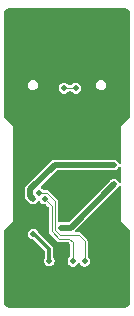
<source format=gbl>
%TF.GenerationSoftware,KiCad,Pcbnew,(7.0.0)*%
%TF.CreationDate,2023-06-07T22:18:09+08:00*%
%TF.ProjectId,USB2UART,55534232-5541-4525-942e-6b696361645f,rev?*%
%TF.SameCoordinates,Original*%
%TF.FileFunction,Copper,L2,Bot*%
%TF.FilePolarity,Positive*%
%FSLAX46Y46*%
G04 Gerber Fmt 4.6, Leading zero omitted, Abs format (unit mm)*
G04 Created by KiCad (PCBNEW (7.0.0)) date 2023-06-07 22:18:09*
%MOMM*%
%LPD*%
G01*
G04 APERTURE LIST*
%TA.AperFunction,ComponentPad*%
%ADD10O,1.000000X2.100000*%
%TD*%
%TA.AperFunction,ComponentPad*%
%ADD11O,1.000000X1.600000*%
%TD*%
%TA.AperFunction,ViaPad*%
%ADD12C,0.500000*%
%TD*%
%TA.AperFunction,Conductor*%
%ADD13C,0.300000*%
%TD*%
%TA.AperFunction,Conductor*%
%ADD14C,0.500000*%
%TD*%
%TA.AperFunction,Conductor*%
%ADD15C,0.100000*%
%TD*%
G04 APERTURE END LIST*
D10*
X147719999Y-79769999D03*
D11*
X147719999Y-75589999D03*
D10*
X139079999Y-79769999D03*
D11*
X139079999Y-75589999D03*
D12*
X140050000Y-84200000D03*
X142900000Y-94150000D03*
X147100000Y-91400000D03*
X147550000Y-96950000D03*
X145000000Y-83900000D03*
X139350000Y-81300000D03*
X141400000Y-91300000D03*
X146000000Y-93650000D03*
X139550000Y-91850000D03*
X145100000Y-91300000D03*
X139250000Y-85300000D03*
X144350000Y-89250000D03*
X145700000Y-78000000D03*
X139150000Y-84150000D03*
X139250000Y-88450000D03*
X141650000Y-83400000D03*
X139250000Y-86800000D03*
X139250000Y-96900000D03*
X147400000Y-89250000D03*
X140150000Y-86800000D03*
X143600000Y-90050000D03*
X143850000Y-84250000D03*
X140150000Y-93100000D03*
X143200000Y-77400000D03*
X146200000Y-95350000D03*
X146200000Y-92400000D03*
X146300000Y-84200000D03*
X142050000Y-96950000D03*
X146750000Y-81850000D03*
X143650000Y-85250000D03*
X144400000Y-87650000D03*
X146050000Y-83200000D03*
X143900000Y-83400000D03*
X142750000Y-87700000D03*
X140650000Y-95350000D03*
X139250000Y-89800000D03*
X138650000Y-92950000D03*
X144800000Y-96950000D03*
X145950000Y-87650000D03*
X140900000Y-78150000D03*
X138900000Y-81900000D03*
X147350000Y-86000000D03*
X140550000Y-91850000D03*
X141900000Y-94100000D03*
X140499999Y-88867952D03*
X147350000Y-87650000D03*
X142900000Y-91300000D03*
X141000000Y-88350000D03*
X144900000Y-94150000D03*
X143900000Y-94150000D03*
X141500000Y-88867951D03*
X144150000Y-79500000D03*
X143150000Y-79500000D03*
D13*
X140600000Y-91850000D02*
X141900000Y-93150000D01*
X141900000Y-93150000D02*
X141900000Y-94100000D01*
D14*
X140499999Y-88867952D02*
X140300000Y-88667953D01*
X140300000Y-88667953D02*
X140300000Y-88060050D01*
X140300000Y-88060050D02*
X142360050Y-86000000D01*
X142360050Y-86000000D02*
X147350000Y-86000000D01*
D13*
X140550000Y-91850000D02*
X140600000Y-91850000D01*
D14*
X142900000Y-91300000D02*
X143700000Y-91300000D01*
X143700000Y-91300000D02*
X147350000Y-87650000D01*
D15*
X142400000Y-91400000D02*
X142400000Y-91507107D01*
X144400000Y-91950000D02*
X144900000Y-92450000D01*
X144900000Y-92450000D02*
X144900000Y-94150000D01*
X142400000Y-91507107D02*
X142842893Y-91950000D01*
X141000000Y-88350000D02*
X141689156Y-88350000D01*
X142400000Y-89060844D02*
X142400000Y-91400000D01*
X142842893Y-91950000D02*
X144400000Y-91950000D01*
X141689156Y-88350000D02*
X142400000Y-89060844D01*
X143900000Y-92550000D02*
X143900000Y-94150000D01*
X142100000Y-91631371D02*
X142718629Y-92250000D01*
X142718629Y-92250000D02*
X143600000Y-92250000D01*
X143600000Y-92250000D02*
X143900000Y-92550000D01*
X142100000Y-89467951D02*
X142100000Y-91631371D01*
X141500000Y-88867951D02*
X142100000Y-89467951D01*
X143150000Y-79500000D02*
X144150000Y-79500000D01*
%TA.AperFunction,Conductor*%
G36*
X148256920Y-72701279D02*
G01*
X148275214Y-72703341D01*
X148277478Y-72703617D01*
X148355109Y-72713837D01*
X148370968Y-72716989D01*
X148372927Y-72717514D01*
X148381791Y-72720246D01*
X148413106Y-72731204D01*
X148419551Y-72733664D01*
X148472185Y-72755465D01*
X148490698Y-72765029D01*
X148523053Y-72785359D01*
X148532563Y-72791974D01*
X148574982Y-72824523D01*
X148587172Y-72835214D01*
X148614778Y-72862820D01*
X148625473Y-72875015D01*
X148658024Y-72917437D01*
X148664641Y-72926949D01*
X148684966Y-72959295D01*
X148694535Y-72977817D01*
X148716322Y-73030417D01*
X148718801Y-73036914D01*
X148729743Y-73068184D01*
X148732467Y-73077008D01*
X148732988Y-73078950D01*
X148736162Y-73094897D01*
X148746376Y-73172487D01*
X148746656Y-73174779D01*
X148748719Y-73193077D01*
X148749500Y-73206969D01*
X148749500Y-81898431D01*
X148740061Y-81945884D01*
X148713181Y-81986112D01*
X148008060Y-82691229D01*
X148008055Y-82691235D01*
X147999715Y-82699576D01*
X147999617Y-82699617D01*
X147999576Y-82699715D01*
X147999576Y-82699716D01*
X147999458Y-82700000D01*
X147999500Y-82700101D01*
X147999500Y-82712051D01*
X147999500Y-85766446D01*
X147980984Y-85831631D01*
X147930967Y-85877349D01*
X147864385Y-85889947D01*
X147801122Y-85865662D01*
X147760072Y-85811748D01*
X147747950Y-85780861D01*
X147747946Y-85780854D01*
X147744552Y-85772206D01*
X147738757Y-85764939D01*
X147737769Y-85763228D01*
X147735996Y-85760756D01*
X147732882Y-85753937D01*
X147727076Y-85747237D01*
X147727072Y-85747230D01*
X147698127Y-85713827D01*
X147694931Y-85709984D01*
X147659879Y-85666030D01*
X147652202Y-85660795D01*
X147652068Y-85660671D01*
X147648049Y-85656033D01*
X147640585Y-85651236D01*
X147600124Y-85625233D01*
X147597312Y-85623371D01*
X147555352Y-85594763D01*
X147555349Y-85594761D01*
X147547673Y-85589528D01*
X147541696Y-85587684D01*
X147539069Y-85585996D01*
X147532504Y-85584068D01*
X147532498Y-85584066D01*
X147484510Y-85569976D01*
X147480685Y-85568853D01*
X147479096Y-85568374D01*
X147426783Y-85552238D01*
X147426774Y-85552236D01*
X147417902Y-85549500D01*
X147408613Y-85549500D01*
X142392311Y-85549500D01*
X142378428Y-85548720D01*
X142352245Y-85545770D01*
X142343015Y-85544730D01*
X142333893Y-85546455D01*
X142333885Y-85546456D01*
X142286832Y-85555358D01*
X142282268Y-85556134D01*
X142234944Y-85563268D01*
X142234943Y-85563268D01*
X142225763Y-85564652D01*
X142218026Y-85568377D01*
X142209579Y-85569976D01*
X142201369Y-85574314D01*
X142201369Y-85574315D01*
X142159013Y-85596700D01*
X142154883Y-85598784D01*
X142103408Y-85623575D01*
X142097109Y-85629418D01*
X142089513Y-85633434D01*
X142082952Y-85639994D01*
X142082945Y-85640000D01*
X142049108Y-85673837D01*
X142045772Y-85677051D01*
X142010665Y-85709626D01*
X142010661Y-85709630D01*
X142003856Y-85715945D01*
X142000387Y-85721951D01*
X141995289Y-85727656D01*
X140004263Y-87718682D01*
X139993898Y-87727945D01*
X139973297Y-87744374D01*
X139973291Y-87744379D01*
X139966030Y-87750171D01*
X139960797Y-87757845D01*
X139960796Y-87757847D01*
X139933824Y-87797406D01*
X139931144Y-87801182D01*
X139902724Y-87839691D01*
X139902721Y-87839696D01*
X139897207Y-87847168D01*
X139894370Y-87855274D01*
X139889528Y-87862377D01*
X139886791Y-87871249D01*
X139886788Y-87871256D01*
X139872672Y-87917018D01*
X139871225Y-87921417D01*
X139857544Y-87960518D01*
X139852354Y-87975351D01*
X139852032Y-87983936D01*
X139849500Y-87992148D01*
X139849500Y-88001435D01*
X139849500Y-88049312D01*
X139849413Y-88053949D01*
X139847623Y-88101769D01*
X139847623Y-88101773D01*
X139847276Y-88111060D01*
X139849071Y-88117762D01*
X139849500Y-88125392D01*
X139849500Y-88635692D01*
X139848720Y-88649575D01*
X139845770Y-88675753D01*
X139845770Y-88675756D01*
X139844730Y-88684988D01*
X139846457Y-88694115D01*
X139855356Y-88741150D01*
X139856132Y-88745718D01*
X139863267Y-88793054D01*
X139864652Y-88802240D01*
X139868379Y-88809979D01*
X139869977Y-88818425D01*
X139874321Y-88826644D01*
X139896687Y-88868963D01*
X139898777Y-88873102D01*
X139919544Y-88916226D01*
X139919546Y-88916229D01*
X139923575Y-88924595D01*
X139929417Y-88930892D01*
X139933434Y-88938491D01*
X139940004Y-88945061D01*
X139973845Y-88978902D01*
X139977063Y-88982242D01*
X140015945Y-89024147D01*
X140021950Y-89027614D01*
X140027648Y-89032705D01*
X140166932Y-89171988D01*
X140172965Y-89178468D01*
X140201950Y-89211919D01*
X140240845Y-89236915D01*
X140247426Y-89241452D01*
X140287117Y-89270745D01*
X140295888Y-89273813D01*
X140297675Y-89274758D01*
X140302158Y-89276562D01*
X140303469Y-89277161D01*
X140310930Y-89281956D01*
X140359028Y-89296078D01*
X140365040Y-89298011D01*
X140415299Y-89315598D01*
X140424594Y-89315945D01*
X140426591Y-89316323D01*
X140428594Y-89316504D01*
X140435227Y-89318452D01*
X140489260Y-89318452D01*
X140493897Y-89318539D01*
X140551009Y-89320676D01*
X140559309Y-89318452D01*
X140564771Y-89318452D01*
X140620422Y-89302110D01*
X140623195Y-89301332D01*
X140682186Y-89285527D01*
X140686817Y-89282616D01*
X140689068Y-89281956D01*
X140741315Y-89248377D01*
X140742156Y-89247844D01*
X140797174Y-89213275D01*
X140840928Y-89162432D01*
X140882881Y-89114015D01*
X140883205Y-89113305D01*
X140885757Y-89110340D01*
X140889475Y-89101816D01*
X140894419Y-89093950D01*
X140896300Y-89095132D01*
X140920746Y-89062390D01*
X140971221Y-89036808D01*
X141027807Y-89036317D01*
X141078719Y-89061020D01*
X141108023Y-89098884D01*
X141108640Y-89098488D01*
X141113160Y-89105522D01*
X141113353Y-89105771D01*
X141113433Y-89105946D01*
X141117118Y-89114014D01*
X141122920Y-89120710D01*
X141122922Y-89120713D01*
X141158873Y-89162203D01*
X141201951Y-89211918D01*
X141310931Y-89281955D01*
X141435228Y-89318451D01*
X141444099Y-89318451D01*
X141544878Y-89318451D01*
X141592331Y-89327890D01*
X141632559Y-89354770D01*
X141813181Y-89535392D01*
X141840061Y-89575620D01*
X141849500Y-89623073D01*
X141849500Y-91594486D01*
X141847116Y-91618677D01*
X141844592Y-91631371D01*
X141846975Y-91643351D01*
X141861034Y-91714034D01*
X141864034Y-91729112D01*
X141864643Y-91730023D01*
X141919399Y-91811972D01*
X141929551Y-91818755D01*
X141929553Y-91818757D01*
X141930165Y-91819166D01*
X141948957Y-91834588D01*
X142515414Y-92401046D01*
X142530835Y-92419836D01*
X142538028Y-92430601D01*
X142558945Y-92444577D01*
X142558946Y-92444578D01*
X142620889Y-92485966D01*
X142718629Y-92505409D01*
X142731328Y-92502882D01*
X142755519Y-92500500D01*
X143444878Y-92500500D01*
X143492331Y-92509939D01*
X143532559Y-92536819D01*
X143613181Y-92617441D01*
X143640061Y-92657669D01*
X143649500Y-92705122D01*
X143649500Y-93709873D01*
X143638294Y-93761385D01*
X143607576Y-93802417D01*
X143601951Y-93806033D01*
X143596147Y-93812731D01*
X143596145Y-93812733D01*
X143522922Y-93897237D01*
X143522917Y-93897243D01*
X143517118Y-93903937D01*
X143513438Y-93911994D01*
X143513434Y-93912001D01*
X143466988Y-94013704D01*
X143463303Y-94021774D01*
X143462041Y-94030547D01*
X143462040Y-94030553D01*
X143452056Y-94100000D01*
X143444867Y-94150000D01*
X143446129Y-94158777D01*
X143462040Y-94269446D01*
X143462041Y-94269450D01*
X143463303Y-94278226D01*
X143466987Y-94286294D01*
X143466988Y-94286295D01*
X143513434Y-94387998D01*
X143513436Y-94388001D01*
X143517118Y-94396063D01*
X143522920Y-94402759D01*
X143522922Y-94402762D01*
X143552818Y-94437264D01*
X143601951Y-94493967D01*
X143710931Y-94564004D01*
X143835228Y-94600500D01*
X143955901Y-94600500D01*
X143964772Y-94600500D01*
X144089069Y-94564004D01*
X144198049Y-94493967D01*
X144282882Y-94396063D01*
X144287205Y-94386596D01*
X144288770Y-94384566D01*
X144291360Y-94380537D01*
X144291706Y-94380759D01*
X144321505Y-94342114D01*
X144371914Y-94317329D01*
X144428086Y-94317329D01*
X144478495Y-94342114D01*
X144508293Y-94380759D01*
X144508640Y-94380537D01*
X144511229Y-94384566D01*
X144512794Y-94386596D01*
X144517118Y-94396063D01*
X144522920Y-94402759D01*
X144522922Y-94402762D01*
X144552818Y-94437264D01*
X144601951Y-94493967D01*
X144710931Y-94564004D01*
X144835228Y-94600500D01*
X144955901Y-94600500D01*
X144964772Y-94600500D01*
X145089069Y-94564004D01*
X145198049Y-94493967D01*
X145282882Y-94396063D01*
X145336697Y-94278226D01*
X145355133Y-94150000D01*
X145336697Y-94021774D01*
X145287740Y-93914574D01*
X145286565Y-93912001D01*
X145286564Y-93911999D01*
X145282882Y-93903937D01*
X145198049Y-93806033D01*
X145192423Y-93802417D01*
X145161706Y-93761385D01*
X145150500Y-93709873D01*
X145150500Y-92486890D01*
X145152883Y-92462697D01*
X145153026Y-92461978D01*
X145155409Y-92450000D01*
X145135966Y-92352260D01*
X145094578Y-92290317D01*
X145094577Y-92290315D01*
X145087386Y-92279553D01*
X145087384Y-92279551D01*
X145080601Y-92269399D01*
X145069836Y-92262206D01*
X145051046Y-92246785D01*
X144603214Y-91798953D01*
X144587793Y-91780163D01*
X144580601Y-91769399D01*
X144520305Y-91729111D01*
X144497741Y-91714034D01*
X144485763Y-91711651D01*
X144485762Y-91711651D01*
X144411980Y-91696975D01*
X144400000Y-91694592D01*
X144388020Y-91696975D01*
X144387306Y-91697117D01*
X144363115Y-91699500D01*
X144236965Y-91699500D01*
X144180670Y-91685985D01*
X144136647Y-91648385D01*
X144114492Y-91594898D01*
X144119034Y-91537182D01*
X144149284Y-91487819D01*
X146746701Y-88890401D01*
X147624874Y-88012227D01*
X147634086Y-88004805D01*
X147633883Y-88004571D01*
X147640586Y-87998762D01*
X147648049Y-87993967D01*
X147677037Y-87960510D01*
X147683058Y-87954044D01*
X147692425Y-87944678D01*
X147699121Y-87935603D01*
X147705186Y-87928026D01*
X147727069Y-87902771D01*
X147732882Y-87896063D01*
X147736568Y-87887988D01*
X147741360Y-87880534D01*
X147741408Y-87880565D01*
X147746015Y-87872740D01*
X147747270Y-87870363D01*
X147752793Y-87862882D01*
X147758459Y-87846688D01*
X147798185Y-87790698D01*
X147861614Y-87764423D01*
X147929300Y-87775922D01*
X147980493Y-87821670D01*
X147999500Y-87887643D01*
X147999500Y-90799899D01*
X147999458Y-90800000D01*
X147999576Y-90800284D01*
X147999617Y-90800383D01*
X147999715Y-90800423D01*
X148008301Y-90809009D01*
X148008302Y-90809010D01*
X148713181Y-91513888D01*
X148740061Y-91554116D01*
X148749500Y-91601569D01*
X148749500Y-97593037D01*
X148748720Y-97606925D01*
X148746662Y-97625185D01*
X148746381Y-97627483D01*
X148736161Y-97705106D01*
X148732994Y-97721024D01*
X148732474Y-97722964D01*
X148729745Y-97731811D01*
X148718809Y-97763067D01*
X148716327Y-97769570D01*
X148694531Y-97822189D01*
X148684964Y-97840707D01*
X148664651Y-97873035D01*
X148658033Y-97882549D01*
X148625470Y-97924986D01*
X148614775Y-97937181D01*
X148587181Y-97964775D01*
X148574986Y-97975470D01*
X148532549Y-98008033D01*
X148523034Y-98014651D01*
X148490704Y-98034965D01*
X148472187Y-98044532D01*
X148419568Y-98066328D01*
X148413066Y-98068809D01*
X148381819Y-98079742D01*
X148372978Y-98082470D01*
X148371031Y-98082992D01*
X148355106Y-98086161D01*
X148277483Y-98096381D01*
X148275185Y-98096662D01*
X148267440Y-98097534D01*
X148256919Y-98098720D01*
X148243037Y-98099500D01*
X138556969Y-98099500D01*
X138543077Y-98098719D01*
X138524779Y-98096656D01*
X138522487Y-98096376D01*
X138444897Y-98086162D01*
X138428954Y-98082988D01*
X138428099Y-98082759D01*
X138427008Y-98082467D01*
X138418184Y-98079743D01*
X138386914Y-98068801D01*
X138380417Y-98066322D01*
X138327817Y-98044535D01*
X138309295Y-98034966D01*
X138276949Y-98014641D01*
X138267437Y-98008024D01*
X138225015Y-97975473D01*
X138212820Y-97964778D01*
X138185214Y-97937172D01*
X138174523Y-97924982D01*
X138141974Y-97882563D01*
X138135359Y-97873053D01*
X138115029Y-97840698D01*
X138105466Y-97822187D01*
X138083663Y-97769550D01*
X138081200Y-97763095D01*
X138070246Y-97731791D01*
X138067514Y-97722927D01*
X138066989Y-97720968D01*
X138063837Y-97705105D01*
X138053619Y-97627490D01*
X138053338Y-97625189D01*
X138051280Y-97606924D01*
X138050500Y-97593040D01*
X138050500Y-91850000D01*
X140094867Y-91850000D01*
X140096129Y-91858777D01*
X140112040Y-91969446D01*
X140112041Y-91969450D01*
X140113303Y-91978226D01*
X140116987Y-91986294D01*
X140116988Y-91986295D01*
X140163434Y-92087998D01*
X140163436Y-92088002D01*
X140167118Y-92096063D01*
X140172920Y-92102759D01*
X140172922Y-92102762D01*
X140236638Y-92176294D01*
X140251951Y-92193967D01*
X140259411Y-92198761D01*
X140259412Y-92198762D01*
X140271211Y-92206344D01*
X140360931Y-92264004D01*
X140485228Y-92300500D01*
X140503456Y-92300500D01*
X140550909Y-92309939D01*
X140591137Y-92336819D01*
X141513181Y-93258863D01*
X141540061Y-93299091D01*
X141549500Y-93346544D01*
X141549500Y-93770316D01*
X141541683Y-93813647D01*
X141526607Y-93839057D01*
X141527721Y-93839773D01*
X141522925Y-93847234D01*
X141517118Y-93853937D01*
X141513434Y-93862002D01*
X141513433Y-93862005D01*
X141487193Y-93919463D01*
X141463303Y-93971774D01*
X141462041Y-93980547D01*
X141462040Y-93980553D01*
X141457274Y-94013704D01*
X141444867Y-94100000D01*
X141446129Y-94108777D01*
X141462040Y-94219446D01*
X141462041Y-94219450D01*
X141463303Y-94228226D01*
X141466987Y-94236294D01*
X141466988Y-94236295D01*
X141513434Y-94337998D01*
X141513436Y-94338002D01*
X141517118Y-94346063D01*
X141522920Y-94352759D01*
X141522922Y-94352762D01*
X141566247Y-94402762D01*
X141601951Y-94443967D01*
X141710931Y-94514004D01*
X141835228Y-94550500D01*
X141955901Y-94550500D01*
X141964772Y-94550500D01*
X142089069Y-94514004D01*
X142198049Y-94443967D01*
X142282882Y-94346063D01*
X142336697Y-94228226D01*
X142355133Y-94100000D01*
X142336697Y-93971774D01*
X142282882Y-93853937D01*
X142277073Y-93847233D01*
X142272279Y-93839773D01*
X142273392Y-93839057D01*
X142258317Y-93813647D01*
X142250500Y-93770316D01*
X142250500Y-93199212D01*
X142252866Y-93176394D01*
X142252934Y-93174741D01*
X142255043Y-93164685D01*
X142251347Y-93135037D01*
X142250818Y-93129940D01*
X142250500Y-93126104D01*
X142250500Y-93120960D01*
X142247329Y-93101966D01*
X142246594Y-93096915D01*
X142241844Y-93058806D01*
X142240573Y-93048608D01*
X142237313Y-93041941D01*
X142236092Y-93034619D01*
X142212919Y-92991801D01*
X142210574Y-92987245D01*
X142193711Y-92952749D01*
X142189198Y-92943517D01*
X142183950Y-92938269D01*
X142180418Y-92931742D01*
X142172855Y-92924780D01*
X142172853Y-92924777D01*
X142144587Y-92898756D01*
X142140889Y-92895208D01*
X141015212Y-91769531D01*
X140986838Y-91721709D01*
X140986697Y-91721774D01*
X140932882Y-91603937D01*
X140915654Y-91584055D01*
X140853856Y-91512735D01*
X140848049Y-91506033D01*
X140840589Y-91501238D01*
X140840587Y-91501237D01*
X140793558Y-91471014D01*
X140739069Y-91435996D01*
X140730555Y-91433496D01*
X140623284Y-91401999D01*
X140623282Y-91401998D01*
X140614772Y-91399500D01*
X140485228Y-91399500D01*
X140476718Y-91401998D01*
X140476715Y-91401999D01*
X140369444Y-91433496D01*
X140369441Y-91433497D01*
X140360931Y-91435996D01*
X140353468Y-91440791D01*
X140353468Y-91440792D01*
X140259412Y-91501237D01*
X140259406Y-91501241D01*
X140251951Y-91506033D01*
X140246146Y-91512732D01*
X140246143Y-91512735D01*
X140172922Y-91597237D01*
X140172917Y-91597243D01*
X140167118Y-91603937D01*
X140163438Y-91611994D01*
X140163434Y-91612001D01*
X140123475Y-91699500D01*
X140113303Y-91721774D01*
X140112041Y-91730547D01*
X140112040Y-91730553D01*
X140099359Y-91818757D01*
X140094867Y-91850000D01*
X138050500Y-91850000D01*
X138050500Y-91601570D01*
X138059939Y-91554117D01*
X138086819Y-91513889D01*
X138167212Y-91433496D01*
X138800282Y-90800424D01*
X138800383Y-90800383D01*
X138800469Y-90800172D01*
X138800542Y-90800000D01*
X138800500Y-90799900D01*
X138800500Y-82675100D01*
X138800542Y-82675000D01*
X138800469Y-82674827D01*
X138800383Y-82674617D01*
X138800282Y-82674575D01*
X138086819Y-81961111D01*
X138059939Y-81920883D01*
X138050500Y-81873430D01*
X138050500Y-79240000D01*
X140079196Y-79240000D01*
X140080723Y-79249641D01*
X140098753Y-79363484D01*
X140098754Y-79363489D01*
X140100281Y-79373126D01*
X140161472Y-79493220D01*
X140256780Y-79588528D01*
X140376874Y-79649719D01*
X140476512Y-79665500D01*
X140538610Y-79665500D01*
X140543488Y-79665500D01*
X140643126Y-79649719D01*
X140763220Y-79588528D01*
X140851748Y-79500000D01*
X142694867Y-79500000D01*
X142696129Y-79508777D01*
X142712040Y-79619446D01*
X142712041Y-79619450D01*
X142713303Y-79628226D01*
X142716987Y-79636294D01*
X142716988Y-79636295D01*
X142763434Y-79737998D01*
X142763436Y-79738002D01*
X142767118Y-79746063D01*
X142772920Y-79752759D01*
X142772922Y-79752762D01*
X142836638Y-79826294D01*
X142851951Y-79843967D01*
X142960931Y-79914004D01*
X143085228Y-79950500D01*
X143205901Y-79950500D01*
X143214772Y-79950500D01*
X143339069Y-79914004D01*
X143448049Y-79843967D01*
X143491953Y-79793297D01*
X143534155Y-79761706D01*
X143585667Y-79750500D01*
X143714333Y-79750500D01*
X143765845Y-79761706D01*
X143808046Y-79793297D01*
X143851951Y-79843967D01*
X143960931Y-79914004D01*
X144085228Y-79950500D01*
X144205901Y-79950500D01*
X144214772Y-79950500D01*
X144339069Y-79914004D01*
X144448049Y-79843967D01*
X144532882Y-79746063D01*
X144586697Y-79628226D01*
X144605133Y-79500000D01*
X144586697Y-79371774D01*
X144532882Y-79253937D01*
X144520805Y-79240000D01*
X145859196Y-79240000D01*
X145860723Y-79249641D01*
X145878753Y-79363484D01*
X145878754Y-79363489D01*
X145880281Y-79373126D01*
X145941472Y-79493220D01*
X146036780Y-79588528D01*
X146156874Y-79649719D01*
X146256512Y-79665500D01*
X146318610Y-79665500D01*
X146323488Y-79665500D01*
X146423126Y-79649719D01*
X146543220Y-79588528D01*
X146638528Y-79493220D01*
X146699719Y-79373126D01*
X146720804Y-79240000D01*
X146699719Y-79106874D01*
X146638528Y-78986780D01*
X146543220Y-78891472D01*
X146423126Y-78830281D01*
X146413489Y-78828754D01*
X146413484Y-78828753D01*
X146328308Y-78815263D01*
X146328302Y-78815262D01*
X146323488Y-78814500D01*
X146256512Y-78814500D01*
X146251698Y-78815262D01*
X146251691Y-78815263D01*
X146166515Y-78828753D01*
X146166508Y-78828755D01*
X146156874Y-78830281D01*
X146148178Y-78834711D01*
X146148177Y-78834712D01*
X146045475Y-78887041D01*
X146045471Y-78887043D01*
X146036780Y-78891472D01*
X146029881Y-78898370D01*
X146029878Y-78898373D01*
X145948373Y-78979878D01*
X145948370Y-78979881D01*
X145941472Y-78986780D01*
X145937043Y-78995471D01*
X145937041Y-78995475D01*
X145888475Y-79090792D01*
X145880281Y-79106874D01*
X145878754Y-79116508D01*
X145878753Y-79116515D01*
X145864470Y-79206702D01*
X145859196Y-79240000D01*
X144520805Y-79240000D01*
X144519327Y-79238294D01*
X144453856Y-79162735D01*
X144448049Y-79156033D01*
X144440589Y-79151238D01*
X144440587Y-79151237D01*
X144371556Y-79106874D01*
X144339069Y-79085996D01*
X144330555Y-79083496D01*
X144223284Y-79051999D01*
X144223282Y-79051998D01*
X144214772Y-79049500D01*
X144085228Y-79049500D01*
X144076718Y-79051998D01*
X144076715Y-79051999D01*
X143969444Y-79083496D01*
X143969441Y-79083497D01*
X143960931Y-79085996D01*
X143953468Y-79090791D01*
X143953468Y-79090792D01*
X143859412Y-79151237D01*
X143859406Y-79151241D01*
X143851951Y-79156033D01*
X143846146Y-79162732D01*
X143846143Y-79162735D01*
X143808047Y-79206702D01*
X143765845Y-79238294D01*
X143714333Y-79249500D01*
X143585667Y-79249500D01*
X143534155Y-79238294D01*
X143491953Y-79206702D01*
X143453856Y-79162735D01*
X143448049Y-79156033D01*
X143440589Y-79151238D01*
X143440587Y-79151237D01*
X143371556Y-79106874D01*
X143339069Y-79085996D01*
X143330555Y-79083496D01*
X143223284Y-79051999D01*
X143223282Y-79051998D01*
X143214772Y-79049500D01*
X143085228Y-79049500D01*
X143076718Y-79051998D01*
X143076715Y-79051999D01*
X142969444Y-79083496D01*
X142969441Y-79083497D01*
X142960931Y-79085996D01*
X142953468Y-79090791D01*
X142953468Y-79090792D01*
X142859412Y-79151237D01*
X142859406Y-79151241D01*
X142851951Y-79156033D01*
X142846146Y-79162732D01*
X142846143Y-79162735D01*
X142772922Y-79247237D01*
X142772917Y-79247243D01*
X142767118Y-79253937D01*
X142763438Y-79261994D01*
X142763434Y-79262001D01*
X142716988Y-79363704D01*
X142713303Y-79371774D01*
X142712041Y-79380547D01*
X142712040Y-79380553D01*
X142711858Y-79381822D01*
X142694867Y-79500000D01*
X140851748Y-79500000D01*
X140858528Y-79493220D01*
X140919719Y-79373126D01*
X140940804Y-79240000D01*
X140919719Y-79106874D01*
X140858528Y-78986780D01*
X140763220Y-78891472D01*
X140643126Y-78830281D01*
X140633489Y-78828754D01*
X140633484Y-78828753D01*
X140548308Y-78815263D01*
X140548302Y-78815262D01*
X140543488Y-78814500D01*
X140476512Y-78814500D01*
X140471698Y-78815262D01*
X140471691Y-78815263D01*
X140386515Y-78828753D01*
X140386508Y-78828755D01*
X140376874Y-78830281D01*
X140368178Y-78834711D01*
X140368177Y-78834712D01*
X140265475Y-78887041D01*
X140265471Y-78887043D01*
X140256780Y-78891472D01*
X140249881Y-78898370D01*
X140249878Y-78898373D01*
X140168373Y-78979878D01*
X140168370Y-78979881D01*
X140161472Y-78986780D01*
X140157043Y-78995471D01*
X140157041Y-78995475D01*
X140108475Y-79090792D01*
X140100281Y-79106874D01*
X140098754Y-79116508D01*
X140098753Y-79116515D01*
X140084470Y-79206702D01*
X140079196Y-79240000D01*
X138050500Y-79240000D01*
X138050500Y-73206959D01*
X138051278Y-73193091D01*
X138053355Y-73174656D01*
X138053603Y-73172626D01*
X138063838Y-73094883D01*
X138066992Y-73079018D01*
X138067520Y-73077048D01*
X138070243Y-73068219D01*
X138081210Y-73036875D01*
X138083672Y-73030427D01*
X138096528Y-72999388D01*
X138105464Y-72977816D01*
X138115021Y-72959313D01*
X138135381Y-72926912D01*
X138141959Y-72917453D01*
X138174529Y-72875007D01*
X138185198Y-72862843D01*
X138212843Y-72835198D01*
X138225006Y-72824530D01*
X138267461Y-72791954D01*
X138276912Y-72785381D01*
X138309313Y-72765021D01*
X138327816Y-72755464D01*
X138380415Y-72733677D01*
X138386875Y-72731210D01*
X138418219Y-72720243D01*
X138427069Y-72717514D01*
X138428379Y-72717163D01*
X138429008Y-72716995D01*
X138444892Y-72713837D01*
X138470043Y-72710525D01*
X138522600Y-72703606D01*
X138524655Y-72703355D01*
X138543091Y-72701278D01*
X138556959Y-72700500D01*
X148243040Y-72700500D01*
X148256920Y-72701279D01*
G37*
%TD.AperFunction*%
%TA.AperFunction,Conductor*%
G36*
X147937501Y-86131422D02*
G01*
X147982888Y-86176809D01*
X147999500Y-86238808D01*
X147999500Y-87408558D01*
X147981469Y-87472952D01*
X147932619Y-87518619D01*
X147867158Y-87532277D01*
X147804123Y-87509955D01*
X147769002Y-87466914D01*
X147767575Y-87467812D01*
X147751741Y-87442612D01*
X147743941Y-87428153D01*
X147742498Y-87424995D01*
X147732882Y-87403937D01*
X147719303Y-87388266D01*
X147708022Y-87373034D01*
X147700267Y-87360692D01*
X147695324Y-87352825D01*
X147683712Y-87342832D01*
X147675742Y-87335973D01*
X147662913Y-87323187D01*
X147653860Y-87312740D01*
X147648049Y-87306033D01*
X147631552Y-87295431D01*
X147627298Y-87292697D01*
X147613457Y-87282373D01*
X147599429Y-87270301D01*
X147599427Y-87270300D01*
X147592388Y-87264242D01*
X147577639Y-87257807D01*
X147572313Y-87255483D01*
X147554861Y-87246145D01*
X147546529Y-87240790D01*
X147546527Y-87240789D01*
X147539069Y-87235996D01*
X147511634Y-87227940D01*
X147496988Y-87222619D01*
X147490930Y-87219976D01*
X147467916Y-87209935D01*
X147458685Y-87208894D01*
X147458682Y-87208894D01*
X147450054Y-87207922D01*
X147429016Y-87203681D01*
X147423284Y-87201998D01*
X147423276Y-87201996D01*
X147414772Y-87199500D01*
X147405905Y-87199500D01*
X147382261Y-87199500D01*
X147368378Y-87198720D01*
X147342195Y-87195770D01*
X147332965Y-87194730D01*
X147323842Y-87196455D01*
X147323839Y-87196456D01*
X147319175Y-87197339D01*
X147296124Y-87199500D01*
X147285228Y-87199500D01*
X147276722Y-87201997D01*
X147276717Y-87201998D01*
X147250279Y-87209760D01*
X147238408Y-87212619D01*
X147208655Y-87218249D01*
X147208653Y-87218249D01*
X147199529Y-87219976D01*
X147191315Y-87224316D01*
X147191312Y-87224318D01*
X147190601Y-87224694D01*
X147173513Y-87231636D01*
X147169432Y-87233499D01*
X147160931Y-87235996D01*
X147153476Y-87240786D01*
X147153467Y-87240791D01*
X147126990Y-87257807D01*
X147117898Y-87263118D01*
X147087680Y-87279089D01*
X147087670Y-87279096D01*
X147079463Y-87283434D01*
X147072896Y-87289999D01*
X147066527Y-87294701D01*
X147065911Y-87295198D01*
X147066113Y-87295431D01*
X147059411Y-87301237D01*
X147051951Y-87306033D01*
X147037087Y-87323187D01*
X147022964Y-87339485D01*
X147016934Y-87345961D01*
X143549716Y-90813181D01*
X143509488Y-90840061D01*
X143462035Y-90849500D01*
X142964772Y-90849500D01*
X142835228Y-90849500D01*
X142826722Y-90851997D01*
X142826717Y-90851998D01*
X142810617Y-90856725D01*
X142794250Y-90860349D01*
X142793061Y-90860529D01*
X142740230Y-90857096D01*
X142693647Y-90831941D01*
X142661802Y-90789647D01*
X142650500Y-90737926D01*
X142650500Y-89097729D01*
X142652883Y-89073538D01*
X142653025Y-89072824D01*
X142655408Y-89060844D01*
X142635966Y-88963103D01*
X142616057Y-88933307D01*
X142580601Y-88880243D01*
X142569833Y-88873048D01*
X142551043Y-88857627D01*
X141892373Y-88198957D01*
X141876951Y-88180165D01*
X141876542Y-88179553D01*
X141876540Y-88179551D01*
X141869757Y-88169399D01*
X141816692Y-88133942D01*
X141786897Y-88114034D01*
X141774919Y-88111651D01*
X141774916Y-88111650D01*
X141701136Y-88096975D01*
X141689156Y-88094592D01*
X141677176Y-88096975D01*
X141676462Y-88097117D01*
X141652271Y-88099500D01*
X141435667Y-88099500D01*
X141384155Y-88088294D01*
X141341953Y-88056702D01*
X141303856Y-88012735D01*
X141298049Y-88006033D01*
X141279274Y-87993967D01*
X141240647Y-87969142D01*
X141202191Y-87929993D01*
X141184397Y-87878082D01*
X141190750Y-87823574D01*
X141220004Y-87777148D01*
X142510334Y-86486818D01*
X142550562Y-86459939D01*
X142598015Y-86450500D01*
X147405902Y-86450500D01*
X147414772Y-86450500D01*
X147439390Y-86443271D01*
X147455836Y-86439636D01*
X147484287Y-86435348D01*
X147492661Y-86431315D01*
X147503129Y-86426274D01*
X147522002Y-86419014D01*
X147539069Y-86414004D01*
X147563953Y-86398011D01*
X147577186Y-86390610D01*
X147598265Y-86380459D01*
X147598264Y-86380459D01*
X147606642Y-86376425D01*
X147619091Y-86364873D01*
X147636385Y-86351462D01*
X147648049Y-86343967D01*
X147669977Y-86318658D01*
X147679350Y-86308960D01*
X147706194Y-86284055D01*
X147712717Y-86272754D01*
X147726392Y-86253552D01*
X147732882Y-86246063D01*
X147748418Y-86212043D01*
X147753828Y-86201549D01*
X147768115Y-86176805D01*
X147813503Y-86131419D01*
X147875502Y-86114808D01*
X147937501Y-86131422D01*
G37*
%TD.AperFunction*%
M02*

</source>
